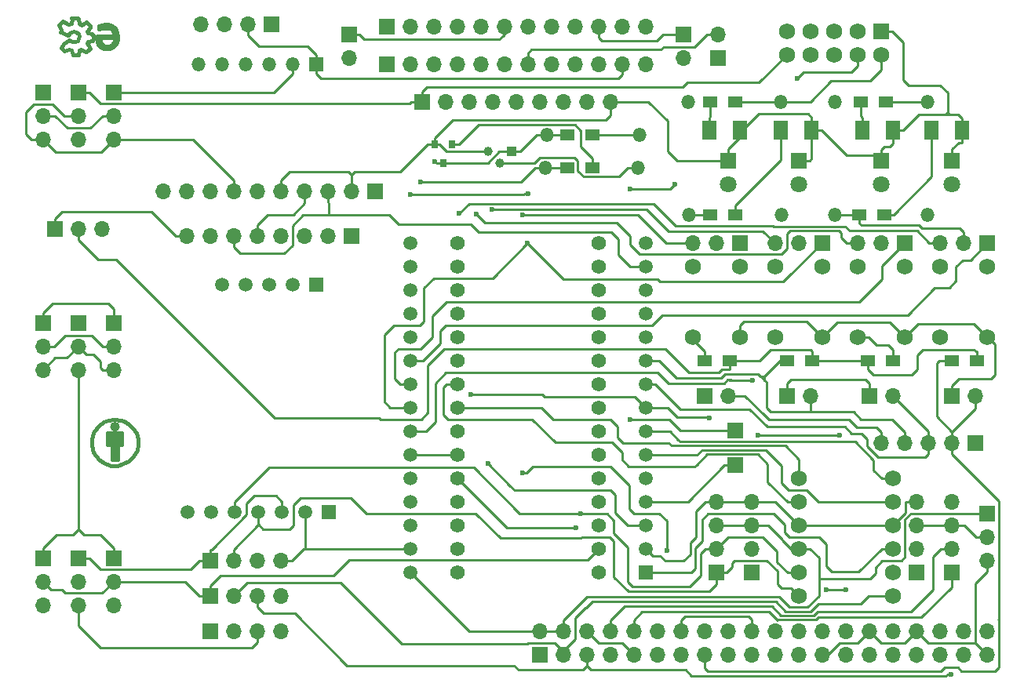
<source format=gbr>
G04 #@! TF.FileFunction,Copper,L1,Top,Signal*
%FSLAX46Y46*%
G04 Gerber Fmt 4.6, Leading zero omitted, Abs format (unit mm)*
G04 Created by KiCad (PCBNEW 4.0.7+dfsg1-1~bpo8+1) date Thu Sep  6 01:00:45 2018*
%MOMM*%
%LPD*%
G01*
G04 APERTURE LIST*
%ADD10C,0.100000*%
%ADD11C,0.381000*%
%ADD12C,1.500000*%
%ADD13R,1.500000X1.500000*%
%ADD14R,1.524000X2.032000*%
%ADD15R,1.800000X1.800000*%
%ADD16C,1.800000*%
%ADD17R,1.700000X1.700000*%
%ADD18O,1.700000X1.700000*%
%ADD19R,1.500000X1.300000*%
%ADD20O,1.500000X1.500000*%
%ADD21C,1.727200*%
%ADD22C,1.574800*%
%ADD23R,0.800000X0.900000*%
%ADD24C,1.000000*%
%ADD25R,1.000000X1.000000*%
%ADD26R,1.727200X1.727200*%
%ADD27C,0.600000*%
%ADD28C,0.250000*%
G04 APERTURE END LIST*
D10*
D11*
X153543000Y-83139280D02*
X153543000Y-83538060D01*
X152841960Y-84338160D02*
X154142440Y-84338160D01*
X154043380Y-84640420D02*
X152841960Y-84640420D01*
X152742900Y-84940140D02*
X154043380Y-84940140D01*
X153543000Y-85338920D02*
X153543000Y-86639400D01*
X153642060Y-86840060D02*
X153842720Y-86840060D01*
X153842720Y-86840060D02*
X153842720Y-85239860D01*
X153243280Y-85338920D02*
X153243280Y-86840060D01*
X153243280Y-86840060D02*
X153743660Y-86840060D01*
X152742900Y-84038440D02*
X154244040Y-84038440D01*
X154244040Y-84038440D02*
X154244040Y-85239860D01*
X154244040Y-85239860D02*
X152742900Y-85239860D01*
X152742900Y-85239860D02*
X152742900Y-84038440D01*
X153858666Y-83339940D02*
G75*
G03X153858666Y-83339940I-315666J0D01*
G01*
X153543000Y-82539840D02*
X153443940Y-82539840D01*
X153443940Y-82539840D02*
X152841960Y-82638900D01*
X152841960Y-82638900D02*
X152344120Y-82839560D01*
X152344120Y-82839560D02*
X151843740Y-83238340D01*
X151843740Y-83238340D02*
X151343360Y-83840320D01*
X151343360Y-83840320D02*
X151142700Y-84239100D01*
X151142700Y-84239100D02*
X151043640Y-84739480D01*
X151043640Y-84739480D02*
X151043640Y-85338920D01*
X151043640Y-85338920D02*
X151241760Y-86139020D01*
X151241760Y-86139020D02*
X151843740Y-86840060D01*
X151843740Y-86840060D02*
X152344120Y-87238840D01*
X152344120Y-87238840D02*
X153042620Y-87538560D01*
X153042620Y-87538560D02*
X153842720Y-87538560D01*
X153842720Y-87538560D02*
X154442160Y-87340440D01*
X154442160Y-87340440D02*
X155044140Y-87038180D01*
X155044140Y-87038180D02*
X155541980Y-86540340D01*
X155541980Y-86540340D02*
X155943300Y-85839300D01*
X155943300Y-85839300D02*
X156042360Y-85239860D01*
X156042360Y-85239860D02*
X156042360Y-84640420D01*
X156042360Y-84640420D02*
X155844240Y-84038440D01*
X155844240Y-84038440D02*
X155541980Y-83538060D01*
X155541980Y-83538060D02*
X155044140Y-83040220D01*
X155044140Y-83040220D02*
X154543760Y-82737960D01*
X154543760Y-82737960D02*
X154142440Y-82638900D01*
X154142440Y-82638900D02*
X153543000Y-82539840D01*
X148856700Y-39230300D02*
X149529800Y-39230300D01*
X149529800Y-39230300D02*
X149567900Y-39319200D01*
X149567900Y-39319200D02*
X149682200Y-39814500D01*
X149682200Y-39814500D02*
X149923500Y-39941500D01*
X149923500Y-39941500D02*
X150329900Y-39700200D01*
X150329900Y-39700200D02*
X150456900Y-39674800D01*
X150456900Y-39674800D02*
X150863300Y-40093900D01*
X150863300Y-40093900D02*
X150837900Y-40246300D01*
X150837900Y-40246300D02*
X150558500Y-40614600D01*
X150558500Y-40614600D02*
X150609300Y-40830500D01*
X150609300Y-40830500D02*
X151041100Y-40944800D01*
X151041100Y-40944800D02*
X151079200Y-40957500D01*
X151079200Y-40957500D02*
X151155400Y-40970200D01*
X151155400Y-40970200D02*
X151180800Y-41046400D01*
X151180800Y-41046400D02*
X151180800Y-41503600D01*
X151180800Y-41503600D02*
X151142700Y-41668700D01*
X151142700Y-41668700D02*
X150622000Y-41770300D01*
X150622000Y-41770300D02*
X150558500Y-41910000D01*
X150558500Y-41910000D02*
X150825200Y-42316400D01*
X150825200Y-42316400D02*
X150863300Y-42481500D01*
X150863300Y-42481500D02*
X150482300Y-42849800D01*
X150482300Y-42849800D02*
X150342600Y-42875200D01*
X150342600Y-42875200D02*
X149885400Y-42595800D01*
X149885400Y-42595800D02*
X149720300Y-42672000D01*
X149720300Y-42672000D02*
X149618700Y-43167300D01*
X149618700Y-43167300D02*
X149580600Y-43205400D01*
X149580600Y-43205400D02*
X149009100Y-43218100D01*
X149009100Y-43218100D02*
X148818600Y-42697400D01*
X148818600Y-42697400D02*
X148577300Y-42595800D01*
X148577300Y-42595800D02*
X148056600Y-42760900D01*
X148056600Y-42760900D02*
X147751800Y-42456100D01*
X147751800Y-42456100D02*
X148005800Y-41998900D01*
X148005800Y-41998900D02*
X148577300Y-41567100D01*
X147650200Y-40728900D02*
X147777200Y-40500300D01*
X147777200Y-40500300D02*
X147459700Y-40005000D01*
X147459700Y-40005000D02*
X147942300Y-39547800D01*
X147942300Y-39547800D02*
X148475700Y-39890700D01*
X148475700Y-39890700D02*
X148805900Y-39789100D01*
X148805900Y-39789100D02*
X148894800Y-39306500D01*
X148577300Y-41567100D02*
X148793200Y-41706800D01*
X148793200Y-41706800D02*
X148971000Y-41783000D01*
X148971000Y-41783000D02*
X149263100Y-41783000D01*
X149263100Y-41783000D02*
X149504400Y-41643300D01*
X149504400Y-41643300D02*
X149644100Y-41427400D01*
X149644100Y-41427400D02*
X149694900Y-41160700D01*
X149694900Y-41160700D02*
X149567900Y-40894000D01*
X149567900Y-40894000D02*
X149377400Y-40754300D01*
X149377400Y-40754300D02*
X149123400Y-40652700D01*
X149123400Y-40652700D02*
X148856700Y-40728900D01*
X148856700Y-40728900D02*
X148678900Y-40843200D01*
X148678900Y-40843200D02*
X148539200Y-41046400D01*
X148539200Y-41046400D02*
X148399500Y-41059100D01*
X148399500Y-41059100D02*
X147739100Y-40741600D01*
X151599900Y-41122600D02*
X151599900Y-41300400D01*
X151599900Y-41300400D02*
X151625300Y-41579800D01*
X151625300Y-41579800D02*
X151663400Y-41783000D01*
X151663400Y-41783000D02*
X151765000Y-42062400D01*
X151765000Y-42062400D02*
X151917400Y-42252900D01*
X151917400Y-42252900D02*
X152107900Y-42405300D01*
X152107900Y-42405300D02*
X152349200Y-42519600D01*
X152349200Y-42519600D02*
X152577800Y-42545000D01*
X152577800Y-42545000D02*
X152679400Y-42545000D01*
X152679400Y-42545000D02*
X152958800Y-42519600D01*
X152958800Y-42519600D02*
X153200100Y-42405300D01*
X153200100Y-42405300D02*
X153428700Y-42265600D01*
X153428700Y-42265600D02*
X153606500Y-42075100D01*
X153606500Y-42075100D02*
X153746200Y-41795700D01*
X153746200Y-41795700D02*
X153822400Y-41516300D01*
X153822400Y-41516300D02*
X153835100Y-41224200D01*
X153835100Y-41224200D02*
X153835100Y-41084500D01*
X153835100Y-41084500D02*
X153784300Y-40779700D01*
X153784300Y-40779700D02*
X153682700Y-40513000D01*
X153682700Y-40513000D02*
X153504900Y-40259000D01*
X153504900Y-40259000D02*
X153301700Y-40106600D01*
X153301700Y-40106600D02*
X153098500Y-39966900D01*
X153098500Y-39966900D02*
X152857200Y-39903400D01*
X152857200Y-39903400D02*
X152488900Y-39903400D01*
X152488900Y-39903400D02*
X152057100Y-39954200D01*
X152057100Y-39954200D02*
X151777700Y-40068500D01*
X151777700Y-40068500D02*
X151841200Y-40424100D01*
X151841200Y-40424100D02*
X152158700Y-40309800D01*
X152158700Y-40309800D02*
X152476200Y-40271700D01*
X152476200Y-40271700D02*
X152895300Y-40284400D01*
X152895300Y-40284400D02*
X153149300Y-40424100D01*
X153149300Y-40424100D02*
X153314400Y-40601900D01*
X153314400Y-40601900D02*
X153454100Y-40894000D01*
X153454100Y-40894000D02*
X153517600Y-41211500D01*
X153517600Y-41211500D02*
X153492200Y-41541700D01*
X153492200Y-41541700D02*
X153377900Y-41846500D01*
X153377900Y-41846500D02*
X153212800Y-42062400D01*
X153212800Y-42062400D02*
X152933400Y-42240200D01*
X152933400Y-42240200D02*
X152679400Y-42291000D01*
X152679400Y-42291000D02*
X152374600Y-42227500D01*
X152374600Y-42227500D02*
X152196800Y-42100500D01*
X152196800Y-42100500D02*
X152044400Y-41935400D01*
X152044400Y-41935400D02*
X151942800Y-41694100D01*
X151942800Y-41694100D02*
X151942800Y-41503600D01*
X151942800Y-41503600D02*
X151917400Y-41135300D01*
X151917400Y-41135300D02*
X153327100Y-41135300D01*
X153327100Y-41135300D02*
X153784300Y-41224200D01*
X153784300Y-41224200D02*
X153377900Y-41287700D01*
X153377900Y-41287700D02*
X151599900Y-41287700D01*
X151599900Y-41287700D02*
X151599900Y-41122600D01*
X151599900Y-41122600D02*
X151917400Y-41135300D01*
X151599900Y-41122600D02*
X151917400Y-41135300D01*
X151599900Y-41287700D02*
X151599900Y-41122600D01*
X153377900Y-41287700D02*
X151599900Y-41287700D01*
X153784300Y-41224200D02*
X153377900Y-41287700D01*
X153327100Y-41135300D02*
X153784300Y-41224200D01*
X151917400Y-41135300D02*
X153327100Y-41135300D01*
X151942800Y-41503600D02*
X151917400Y-41135300D01*
X151942800Y-41694100D02*
X151942800Y-41503600D01*
X152044400Y-41935400D02*
X151942800Y-41694100D01*
X152196800Y-42100500D02*
X152044400Y-41935400D01*
X152374600Y-42227500D02*
X152196800Y-42100500D01*
X152679400Y-42291000D02*
X152374600Y-42227500D01*
X152933400Y-42240200D02*
X152679400Y-42291000D01*
X153212800Y-42062400D02*
X152933400Y-42240200D01*
X153377900Y-41846500D02*
X153212800Y-42062400D01*
X153492200Y-41541700D02*
X153377900Y-41846500D01*
X153517600Y-41211500D02*
X153492200Y-41541700D01*
X153454100Y-40894000D02*
X153517600Y-41211500D01*
X153314400Y-40601900D02*
X153454100Y-40894000D01*
X153149300Y-40424100D02*
X153314400Y-40601900D01*
X152895300Y-40284400D02*
X153149300Y-40424100D01*
X152476200Y-40271700D02*
X152895300Y-40284400D01*
X152158700Y-40309800D02*
X152476200Y-40271700D01*
X151841200Y-40424100D02*
X152158700Y-40309800D01*
X151777700Y-40068500D02*
X151841200Y-40424100D01*
X152057100Y-39954200D02*
X151777700Y-40068500D01*
X152488900Y-39903400D02*
X152057100Y-39954200D01*
X152857200Y-39903400D02*
X152488900Y-39903400D01*
X153098500Y-39966900D02*
X152857200Y-39903400D01*
X153301700Y-40106600D02*
X153098500Y-39966900D01*
X153504900Y-40259000D02*
X153301700Y-40106600D01*
X153682700Y-40513000D02*
X153504900Y-40259000D01*
X153784300Y-40779700D02*
X153682700Y-40513000D01*
X153835100Y-41084500D02*
X153784300Y-40779700D01*
X153835100Y-41224200D02*
X153835100Y-41084500D01*
X153822400Y-41516300D02*
X153835100Y-41224200D01*
X153746200Y-41795700D02*
X153822400Y-41516300D01*
X153606500Y-42075100D02*
X153746200Y-41795700D01*
X153428700Y-42265600D02*
X153606500Y-42075100D01*
X153200100Y-42405300D02*
X153428700Y-42265600D01*
X152958800Y-42519600D02*
X153200100Y-42405300D01*
X152679400Y-42545000D02*
X152958800Y-42519600D01*
X152577800Y-42545000D02*
X152679400Y-42545000D01*
X152349200Y-42519600D02*
X152577800Y-42545000D01*
X152107900Y-42405300D02*
X152349200Y-42519600D01*
X151917400Y-42252900D02*
X152107900Y-42405300D01*
X151765000Y-42062400D02*
X151917400Y-42252900D01*
X151663400Y-41783000D02*
X151765000Y-42062400D01*
X151625300Y-41579800D02*
X151663400Y-41783000D01*
X151599900Y-41300400D02*
X151625300Y-41579800D01*
X151599900Y-41122600D02*
X151599900Y-41300400D01*
X148399500Y-41059100D02*
X147739100Y-40741600D01*
X148539200Y-41046400D02*
X148399500Y-41059100D01*
X148678900Y-40843200D02*
X148539200Y-41046400D01*
X148856700Y-40728900D02*
X148678900Y-40843200D01*
X149123400Y-40652700D02*
X148856700Y-40728900D01*
X149377400Y-40754300D02*
X149123400Y-40652700D01*
X149567900Y-40894000D02*
X149377400Y-40754300D01*
X149694900Y-41160700D02*
X149567900Y-40894000D01*
X149644100Y-41427400D02*
X149694900Y-41160700D01*
X149504400Y-41643300D02*
X149644100Y-41427400D01*
X149263100Y-41783000D02*
X149504400Y-41643300D01*
X148971000Y-41783000D02*
X149263100Y-41783000D01*
X148793200Y-41706800D02*
X148971000Y-41783000D01*
X148577300Y-41567100D02*
X148793200Y-41706800D01*
X148805900Y-39789100D02*
X148894800Y-39306500D01*
X148475700Y-39890700D02*
X148805900Y-39789100D01*
X147942300Y-39547800D02*
X148475700Y-39890700D01*
X147459700Y-40005000D02*
X147942300Y-39547800D01*
X147777200Y-40500300D02*
X147459700Y-40005000D01*
X147650200Y-40728900D02*
X147777200Y-40500300D01*
X148005800Y-41998900D02*
X148577300Y-41567100D01*
X147751800Y-42456100D02*
X148005800Y-41998900D01*
X148056600Y-42760900D02*
X147751800Y-42456100D01*
X148577300Y-42595800D02*
X148056600Y-42760900D01*
X148818600Y-42697400D02*
X148577300Y-42595800D01*
X149009100Y-43218100D02*
X148818600Y-42697400D01*
X149580600Y-43205400D02*
X149009100Y-43218100D01*
X149618700Y-43167300D02*
X149580600Y-43205400D01*
X149720300Y-42672000D02*
X149618700Y-43167300D01*
X149885400Y-42595800D02*
X149720300Y-42672000D01*
X150342600Y-42875200D02*
X149885400Y-42595800D01*
X150482300Y-42849800D02*
X150342600Y-42875200D01*
X150863300Y-42481500D02*
X150482300Y-42849800D01*
X150825200Y-42316400D02*
X150863300Y-42481500D01*
X150558500Y-41910000D02*
X150825200Y-42316400D01*
X150622000Y-41770300D02*
X150558500Y-41910000D01*
X151142700Y-41668700D02*
X150622000Y-41770300D01*
X151180800Y-41503600D02*
X151142700Y-41668700D01*
X151180800Y-41046400D02*
X151180800Y-41503600D01*
X151155400Y-40970200D02*
X151180800Y-41046400D01*
X151079200Y-40957500D02*
X151155400Y-40970200D01*
X151041100Y-40944800D02*
X151079200Y-40957500D01*
X150609300Y-40830500D02*
X151041100Y-40944800D01*
X150558500Y-40614600D02*
X150609300Y-40830500D01*
X150837900Y-40246300D02*
X150558500Y-40614600D01*
X150863300Y-40093900D02*
X150837900Y-40246300D01*
X150456900Y-39674800D02*
X150863300Y-40093900D01*
X150329900Y-39700200D02*
X150456900Y-39674800D01*
X149923500Y-39941500D02*
X150329900Y-39700200D01*
X149682200Y-39814500D02*
X149923500Y-39941500D01*
X149567900Y-39319200D02*
X149682200Y-39814500D01*
X149529800Y-39230300D02*
X149567900Y-39319200D01*
X148856700Y-39230300D02*
X149529800Y-39230300D01*
D12*
X185420000Y-99060000D03*
D13*
X210820000Y-99060000D03*
D12*
X185420000Y-96520000D03*
X210820000Y-96520000D03*
X185420000Y-93980000D03*
X210820000Y-93980000D03*
X185420000Y-91440000D03*
X210820000Y-91440000D03*
X185420000Y-88900000D03*
X210820000Y-88900000D03*
X185420000Y-86360000D03*
X210820000Y-86360000D03*
X185420000Y-83820000D03*
X210820000Y-83820000D03*
X185420000Y-81280000D03*
X210820000Y-81280000D03*
X185420000Y-78740000D03*
X210820000Y-78740000D03*
X185420000Y-76200000D03*
X210820000Y-76200000D03*
X185420000Y-73660000D03*
X210820000Y-73660000D03*
X185420000Y-71120000D03*
X210820000Y-71120000D03*
X185420000Y-68580000D03*
X210820000Y-68580000D03*
X185420000Y-66040000D03*
X210820000Y-66040000D03*
X185420000Y-63500000D03*
X210820000Y-63500000D03*
D14*
X244983000Y-51308000D03*
X241681000Y-51308000D03*
D15*
X243840000Y-54610000D03*
D16*
X243840000Y-57150000D03*
D14*
X237490000Y-51308000D03*
X234188000Y-51308000D03*
D15*
X236220000Y-54610000D03*
D16*
X236220000Y-57150000D03*
D14*
X228727000Y-51308000D03*
X225425000Y-51308000D03*
D15*
X227330000Y-54610000D03*
D16*
X227330000Y-57150000D03*
D14*
X220980000Y-51308000D03*
X217678000Y-51308000D03*
D15*
X219710000Y-54610000D03*
D16*
X219710000Y-57150000D03*
D17*
X145796000Y-47244000D03*
D18*
X145796000Y-49784000D03*
X145796000Y-52324000D03*
D17*
X145796000Y-72136000D03*
D18*
X145796000Y-74676000D03*
X145796000Y-77216000D03*
D17*
X145796000Y-97536000D03*
D18*
X145796000Y-100076000D03*
X145796000Y-102616000D03*
D17*
X153416000Y-47244000D03*
D18*
X153416000Y-49784000D03*
X153416000Y-52324000D03*
D17*
X153416000Y-72136000D03*
D18*
X153416000Y-74676000D03*
X153416000Y-77216000D03*
D17*
X153416000Y-97536000D03*
D18*
X153416000Y-100076000D03*
X153416000Y-102616000D03*
D17*
X149606000Y-47244000D03*
D18*
X149606000Y-49784000D03*
X149606000Y-52324000D03*
D17*
X149606000Y-72136000D03*
D18*
X149606000Y-74676000D03*
X149606000Y-77216000D03*
D17*
X149606000Y-97536000D03*
D18*
X149606000Y-100076000D03*
X149606000Y-102616000D03*
D17*
X243840000Y-99060000D03*
D18*
X243840000Y-96520000D03*
X243840000Y-93980000D03*
X243840000Y-91440000D03*
D17*
X240030000Y-99060000D03*
D18*
X240030000Y-96520000D03*
X240030000Y-93980000D03*
X240030000Y-91440000D03*
D17*
X247650000Y-92710000D03*
D18*
X247650000Y-95250000D03*
X247650000Y-97790000D03*
D17*
X222250000Y-99060000D03*
D18*
X222250000Y-96520000D03*
X222250000Y-93980000D03*
X222250000Y-91440000D03*
D17*
X218440000Y-99060000D03*
D18*
X218440000Y-96520000D03*
X218440000Y-93980000D03*
X218440000Y-91440000D03*
D17*
X163830000Y-101600000D03*
D18*
X166370000Y-101600000D03*
X168910000Y-101600000D03*
X171450000Y-101600000D03*
D17*
X163830000Y-97790000D03*
D18*
X166370000Y-97790000D03*
X168910000Y-97790000D03*
X171450000Y-97790000D03*
D19*
X236554000Y-60452000D03*
X233854000Y-60452000D03*
D20*
X231220000Y-60452000D03*
X241220000Y-60452000D03*
D19*
X234028000Y-48260000D03*
X236728000Y-48260000D03*
D20*
X241220000Y-48260000D03*
X231220000Y-48260000D03*
D19*
X220472000Y-60452000D03*
X217772000Y-60452000D03*
D20*
X215472000Y-60452000D03*
X225472000Y-60452000D03*
D19*
X217772000Y-48260000D03*
X220472000Y-48260000D03*
D20*
X225392000Y-48260000D03*
X215392000Y-48260000D03*
D17*
X170434000Y-39878000D03*
D18*
X167894000Y-39878000D03*
X165354000Y-39878000D03*
X162814000Y-39878000D03*
D13*
X175260000Y-44196000D03*
D20*
X172720000Y-44196000D03*
X170180000Y-44196000D03*
X167640000Y-44196000D03*
X165100000Y-44196000D03*
X162560000Y-44196000D03*
D17*
X181610000Y-57912000D03*
D18*
X179070000Y-57912000D03*
X176530000Y-57912000D03*
X173990000Y-57912000D03*
X171450000Y-57912000D03*
X168910000Y-57912000D03*
X166370000Y-57912000D03*
X163830000Y-57912000D03*
X161290000Y-57912000D03*
X158750000Y-57912000D03*
D17*
X179070000Y-62738000D03*
D18*
X176530000Y-62738000D03*
X173990000Y-62738000D03*
X171450000Y-62738000D03*
X168910000Y-62738000D03*
X166370000Y-62738000D03*
X163830000Y-62738000D03*
X161290000Y-62738000D03*
D13*
X176657000Y-92514000D03*
X175260000Y-68014000D03*
D12*
X174117000Y-92514000D03*
X172720000Y-68014000D03*
X171577000Y-92514000D03*
X170180000Y-68014000D03*
X169037000Y-92514000D03*
X167640000Y-68014000D03*
X166497000Y-92514000D03*
X165100000Y-68014000D03*
X163957000Y-92514000D03*
X161417000Y-92514000D03*
D21*
X237490000Y-101600000D03*
X237490000Y-99060000D03*
X237490000Y-96520000D03*
X237490000Y-93980000D03*
X237490000Y-91440000D03*
X237490000Y-88900000D03*
X227330000Y-88900000D03*
X227330000Y-91440000D03*
X227330000Y-93980000D03*
X227330000Y-96520000D03*
X227330000Y-99060000D03*
X227330000Y-101600000D03*
D22*
X205740000Y-63500000D03*
X190500000Y-63500000D03*
X205740000Y-66040000D03*
X190500000Y-66040000D03*
X205740000Y-68580000D03*
X190500000Y-68580000D03*
X205740000Y-71120000D03*
X190500000Y-71120000D03*
X205740000Y-73660000D03*
X190500000Y-73660000D03*
X205740000Y-76200000D03*
X190500000Y-76200000D03*
X205740000Y-78740000D03*
X190500000Y-78740000D03*
X205740000Y-81280000D03*
X190500000Y-81280000D03*
X205740000Y-83820000D03*
X190500000Y-83820000D03*
X205740000Y-86360000D03*
X190500000Y-86360000D03*
X205740000Y-88900000D03*
X190500000Y-88900000D03*
X205740000Y-91440000D03*
X190500000Y-91440000D03*
X205740000Y-93980000D03*
X190500000Y-93980000D03*
X205740000Y-96520000D03*
X190500000Y-96520000D03*
X205740000Y-99060000D03*
X190500000Y-99060000D03*
D17*
X246380000Y-85090000D03*
D18*
X243840000Y-85090000D03*
X241300000Y-85090000D03*
X238760000Y-85090000D03*
X236220000Y-85090000D03*
D17*
X243840000Y-80010000D03*
D18*
X246380000Y-80010000D03*
D17*
X234950000Y-80010000D03*
D18*
X237490000Y-80010000D03*
D17*
X226060000Y-80010000D03*
D18*
X228600000Y-80010000D03*
D17*
X217170000Y-80010000D03*
D18*
X219710000Y-80010000D03*
D17*
X147066000Y-61976000D03*
D18*
X149606000Y-61976000D03*
X152146000Y-61976000D03*
D17*
X220500000Y-83750000D03*
X220500000Y-87500000D03*
X182880000Y-40132000D03*
D18*
X185420000Y-40132000D03*
X187960000Y-40132000D03*
X190500000Y-40132000D03*
X193040000Y-40132000D03*
X195580000Y-40132000D03*
X198120000Y-40132000D03*
X200660000Y-40132000D03*
X203200000Y-40132000D03*
X205740000Y-40132000D03*
X208280000Y-40132000D03*
X210820000Y-40132000D03*
D17*
X186690000Y-48260000D03*
D18*
X189230000Y-48260000D03*
X191770000Y-48260000D03*
X194310000Y-48260000D03*
X196850000Y-48260000D03*
X199390000Y-48260000D03*
X201930000Y-48260000D03*
X204470000Y-48260000D03*
X207010000Y-48260000D03*
D17*
X247650000Y-63500000D03*
D18*
X245110000Y-63500000D03*
X242570000Y-63500000D03*
D17*
X238760000Y-63500000D03*
D18*
X236220000Y-63500000D03*
X233680000Y-63500000D03*
D17*
X229844600Y-63500000D03*
D18*
X227304600Y-63500000D03*
X224764600Y-63500000D03*
D17*
X220980000Y-63500000D03*
D18*
X218440000Y-63500000D03*
X215900000Y-63500000D03*
D23*
X189926000Y-52848000D03*
X188026000Y-52848000D03*
X188976000Y-54848000D03*
D24*
X195072000Y-54864000D03*
X193802000Y-53594000D03*
D25*
X196342000Y-53594000D03*
D19*
X246540000Y-76200000D03*
X243840000Y-76200000D03*
X234790000Y-76200000D03*
X237490000Y-76200000D03*
X228760000Y-76200000D03*
X226060000Y-76200000D03*
X219870000Y-76200000D03*
X217170000Y-76200000D03*
X205058000Y-55372000D03*
X202358000Y-55372000D03*
D20*
X199978000Y-55372000D03*
X209978000Y-55372000D03*
D19*
X202358000Y-51816000D03*
X205058000Y-51816000D03*
D20*
X210152000Y-51816000D03*
X200152000Y-51816000D03*
D21*
X247650000Y-66040000D03*
X247650000Y-73660000D03*
X242570000Y-73660000D03*
X242570000Y-66040000D03*
X238760000Y-66040000D03*
X238760000Y-73660000D03*
X233680000Y-73660000D03*
X233680000Y-66040000D03*
X229870000Y-66040000D03*
X229870000Y-73660000D03*
X224790000Y-73660000D03*
X224790000Y-66040000D03*
X220980000Y-66040000D03*
X220980000Y-73660000D03*
X215900000Y-73660000D03*
X215900000Y-66040000D03*
D17*
X199390000Y-107950000D03*
D18*
X199390000Y-105410000D03*
X201930000Y-107950000D03*
X201930000Y-105410000D03*
X204470000Y-107950000D03*
X204470000Y-105410000D03*
X207010000Y-107950000D03*
X207010000Y-105410000D03*
X209550000Y-107950000D03*
X209550000Y-105410000D03*
X212090000Y-107950000D03*
X212090000Y-105410000D03*
X214630000Y-107950000D03*
X214630000Y-105410000D03*
X217170000Y-107950000D03*
X217170000Y-105410000D03*
X219710000Y-107950000D03*
X219710000Y-105410000D03*
X222250000Y-107950000D03*
X222250000Y-105410000D03*
X224790000Y-107950000D03*
X224790000Y-105410000D03*
X227330000Y-107950000D03*
X227330000Y-105410000D03*
X229870000Y-107950000D03*
X229870000Y-105410000D03*
X232410000Y-107950000D03*
X232410000Y-105410000D03*
X234950000Y-107950000D03*
X234950000Y-105410000D03*
X237490000Y-107950000D03*
X237490000Y-105410000D03*
X240030000Y-107950000D03*
X240030000Y-105410000D03*
X242570000Y-107950000D03*
X242570000Y-105410000D03*
X245110000Y-107950000D03*
X245110000Y-105410000D03*
X247650000Y-107950000D03*
X247650000Y-105410000D03*
D17*
X182880000Y-44196000D03*
D18*
X185420000Y-44196000D03*
X187960000Y-44196000D03*
X190500000Y-44196000D03*
X193040000Y-44196000D03*
X195580000Y-44196000D03*
X198120000Y-44196000D03*
X200660000Y-44196000D03*
X203200000Y-44196000D03*
X205740000Y-44196000D03*
X208280000Y-44196000D03*
X210820000Y-44196000D03*
D17*
X163830000Y-105410000D03*
D18*
X166370000Y-105410000D03*
X168910000Y-105410000D03*
X171450000Y-105410000D03*
D17*
X178816000Y-40995600D03*
D18*
X178816000Y-43535600D03*
D17*
X214922100Y-40982900D03*
D18*
X214922100Y-43522900D03*
D17*
X218592400Y-43522900D03*
D18*
X218592400Y-40982900D03*
D26*
X236220000Y-40640000D03*
D21*
X236220000Y-43180000D03*
X233680000Y-40640000D03*
X233680000Y-43180000D03*
X231140000Y-40640000D03*
X231140000Y-43180000D03*
X228600000Y-40640000D03*
X228600000Y-43180000D03*
X226060000Y-40640000D03*
X226060000Y-43180000D03*
D27*
X227177600Y-45745400D03*
X203809600Y-92710000D03*
X243789200Y-110109000D03*
X190683300Y-60295200D03*
X192570100Y-60385800D03*
X203276200Y-94208600D03*
X194212500Y-59895800D03*
X197547500Y-60489500D03*
X209092800Y-57670700D03*
X213944200Y-57175400D03*
X186518400Y-56930400D03*
X188024800Y-54688300D03*
X217678000Y-82397600D03*
X191960500Y-79883000D03*
X209092800Y-82550000D03*
X193814700Y-87337900D03*
X185420000Y-58242200D03*
X198132700Y-58204100D03*
X198072300Y-63517900D03*
X213067900Y-96723200D03*
X197497700Y-88315800D03*
X231724200Y-84277200D03*
X222948500Y-84251800D03*
X232397300Y-100914200D03*
X230263700Y-100914200D03*
X222351600Y-78333600D03*
D28*
X234950000Y-80010000D02*
X234950000Y-78700000D01*
X234950000Y-78700000D02*
X234500000Y-78250000D01*
X234500000Y-78250000D02*
X226500000Y-78250000D01*
X226500000Y-78250000D02*
X226060000Y-78690000D01*
X226060000Y-78690000D02*
X226060000Y-79150000D01*
X226060000Y-79150000D02*
X226060000Y-80010000D01*
X248500000Y-75600000D02*
X248500000Y-77700000D01*
X248500000Y-77700000D02*
X248050000Y-78150000D01*
X248050000Y-78150000D02*
X244600000Y-78150000D01*
X244600000Y-78150000D02*
X243840000Y-78910000D01*
X243840000Y-78910000D02*
X243840000Y-80010000D01*
X248500000Y-75600000D02*
X248500000Y-75250000D01*
X247710000Y-73660000D02*
X248500000Y-74450000D01*
X248500000Y-74450000D02*
X248500000Y-75600000D01*
X247650000Y-73660000D02*
X247710000Y-73660000D01*
X227330000Y-93980000D02*
X228551314Y-93980000D01*
X228551314Y-93980000D02*
X237490000Y-93980000D01*
X215607900Y-95859600D02*
X216236000Y-95231500D01*
X215607900Y-97116900D02*
X215607900Y-95859600D01*
X214896700Y-97828100D02*
X215607900Y-97116900D01*
X212902800Y-97828100D02*
X214896700Y-97828100D01*
X212344699Y-97269999D02*
X212902800Y-97828100D01*
X210820000Y-96520000D02*
X211569999Y-97269999D01*
X211569999Y-97269999D02*
X212344699Y-97269999D01*
X216236000Y-95231500D02*
X216236000Y-92468700D01*
X216236000Y-92468700D02*
X217264700Y-91440000D01*
X217264700Y-91440000D02*
X218440000Y-91440000D01*
X243382800Y-47294800D02*
X243382800Y-48920400D01*
X244547200Y-49606200D02*
X243611400Y-49606200D01*
X243611400Y-49606200D02*
X243382800Y-49606200D01*
X243382800Y-48920400D02*
X243382800Y-49377600D01*
X243382800Y-49377600D02*
X243611400Y-49606200D01*
X242925600Y-49606200D02*
X240279100Y-49606200D01*
X243382800Y-49606200D02*
X242925600Y-49606200D01*
X242925600Y-49606200D02*
X243154200Y-49606200D01*
X243382800Y-49377600D02*
X243382800Y-49606200D01*
X243154200Y-49606200D02*
X243382800Y-49377600D01*
X242570000Y-46482000D02*
X243382800Y-47294800D01*
X239217200Y-46482000D02*
X242570000Y-46482000D01*
X238607600Y-45872400D02*
X239217200Y-46482000D01*
X238607600Y-41806286D02*
X238607600Y-45872400D01*
X236220000Y-40640000D02*
X237441314Y-40640000D01*
X237441314Y-40640000D02*
X238607600Y-41806286D01*
X244983000Y-51308000D02*
X244983000Y-50042000D01*
X238577300Y-51308000D02*
X237490000Y-51308000D01*
X244983000Y-50042000D02*
X244547200Y-49606200D01*
X240279100Y-49606200D02*
X238577300Y-51308000D01*
X237134400Y-53086000D02*
X237490000Y-52730400D01*
X237490000Y-52730400D02*
X237490000Y-51308000D01*
X236594000Y-53086000D02*
X237134400Y-53086000D01*
X236220000Y-54610000D02*
X236220000Y-53460000D01*
X236220000Y-53460000D02*
X236594000Y-53086000D01*
X237490000Y-51308000D02*
X237490000Y-51562000D01*
X237490000Y-51562000D02*
X237372500Y-51679500D01*
X228727000Y-54381400D02*
X228498400Y-54610000D01*
X228498400Y-54610000D02*
X227330000Y-54610000D01*
X228727000Y-51308000D02*
X228727000Y-54381400D01*
X228346000Y-49580800D02*
X228727000Y-49961800D01*
X228727000Y-49961800D02*
X228727000Y-51308000D01*
X222986600Y-49580800D02*
X228346000Y-49580800D01*
X222663500Y-49903900D02*
X222986600Y-49580800D01*
X222663100Y-49903900D02*
X222663500Y-49903900D01*
X219710000Y-54610000D02*
X219710000Y-53384700D01*
X219710000Y-53384700D02*
X220980000Y-52114700D01*
X220980000Y-52114700D02*
X220980000Y-51587000D01*
X213156800Y-50342800D02*
X213156800Y-51460400D01*
X214172800Y-54635400D02*
X213156800Y-53619400D01*
X213156800Y-51460400D02*
X213156800Y-51708300D01*
X213156800Y-53619400D02*
X213156800Y-51460400D01*
X218534600Y-54635400D02*
X214172800Y-54635400D01*
X219710000Y-54610000D02*
X218560000Y-54610000D01*
X218560000Y-54610000D02*
X218534600Y-54635400D01*
X207010000Y-48260000D02*
X211074000Y-48260000D01*
X211074000Y-48260000D02*
X213156800Y-50342800D01*
X221894400Y-103809800D02*
X222250000Y-104165400D01*
X222250000Y-104165400D02*
X222250000Y-105410000D01*
X215028119Y-103809800D02*
X221894400Y-103809800D01*
X214630000Y-105410000D02*
X214630000Y-104207919D01*
X214630000Y-104207919D02*
X215028119Y-103809800D01*
X222250000Y-91440000D02*
X224790000Y-91440000D01*
X224790000Y-91440000D02*
X227330000Y-93980000D01*
X234950000Y-105410000D02*
X236220000Y-106680000D01*
X236220000Y-106680000D02*
X238760000Y-106680000D01*
X238760000Y-106680000D02*
X240030000Y-105410000D01*
X187300700Y-52848000D02*
X184332200Y-55816500D01*
X179387500Y-55816500D02*
X184332200Y-55816500D01*
X179070000Y-56134000D02*
X179387500Y-55816500D01*
X178752500Y-55816500D02*
X179070000Y-56134000D01*
X179070000Y-56134000D02*
X179070000Y-57912000D01*
X172343419Y-55816500D02*
X178752500Y-55816500D01*
X171450000Y-56709919D02*
X172343419Y-55816500D01*
X171450000Y-57912000D02*
X171450000Y-56709919D01*
X171450000Y-56709919D02*
X171513500Y-56646419D01*
X168322081Y-107200000D02*
X152000000Y-107200000D01*
X168910000Y-106612081D02*
X168322081Y-107200000D01*
X168910000Y-105410000D02*
X168910000Y-106612081D01*
X152000000Y-107200000D02*
X149606000Y-104806000D01*
X149606000Y-104806000D02*
X149606000Y-102616000D01*
X153416000Y-72136000D02*
X153416000Y-70616000D01*
X146832000Y-70000000D02*
X145796000Y-71036000D01*
X153416000Y-70616000D02*
X152800000Y-70000000D01*
X152800000Y-70000000D02*
X146832000Y-70000000D01*
X145796000Y-71036000D02*
X145796000Y-72136000D01*
X245400000Y-106680000D02*
X241300000Y-106680000D01*
X245572100Y-106680000D02*
X245400000Y-106680000D01*
X245400000Y-106680000D02*
X246380000Y-106680000D01*
X246380000Y-106680000D02*
X246400000Y-106700000D01*
X247650000Y-107950000D02*
X246400000Y-106700000D01*
X246400000Y-106700000D02*
X246400000Y-100215300D01*
X246400000Y-100215300D02*
X247650000Y-98965300D01*
X247650000Y-98965300D02*
X247650000Y-97790000D01*
X206500000Y-50200000D02*
X207010000Y-49690000D01*
X207010000Y-49690000D02*
X207010000Y-48260000D01*
X189974000Y-50200000D02*
X206500000Y-50200000D01*
X188026000Y-52848000D02*
X188026000Y-52148000D01*
X188026000Y-52148000D02*
X189974000Y-50200000D01*
X172720000Y-44196000D02*
X172720000Y-45256660D01*
X172720000Y-45256660D02*
X170732660Y-47244000D01*
X170732660Y-47244000D02*
X168731100Y-47244000D01*
X241300000Y-106680000D02*
X240030000Y-105410000D01*
X240220000Y-72200000D02*
X246190000Y-72200000D01*
X246190000Y-72200000D02*
X247650000Y-73660000D01*
X238760000Y-73660000D02*
X240220000Y-72200000D01*
X238760000Y-73660000D02*
X237900000Y-72800000D01*
X231500000Y-72030000D02*
X237130000Y-72030000D01*
X237130000Y-72030000D02*
X237900000Y-72800000D01*
X229870000Y-73660000D02*
X231500000Y-72030000D01*
X229200000Y-72990000D02*
X229870000Y-73660000D01*
X221418686Y-72000000D02*
X228210000Y-72000000D01*
X228210000Y-72000000D02*
X229200000Y-72990000D01*
X220980000Y-73660000D02*
X220980000Y-72438686D01*
X220980000Y-72438686D02*
X221418686Y-72000000D01*
X230457700Y-107950000D02*
X231707700Y-106700000D01*
X231707700Y-106700000D02*
X233660000Y-106700000D01*
X233660000Y-106700000D02*
X234950000Y-105410000D01*
X209550000Y-107950000D02*
X208300000Y-106700000D01*
X208300000Y-106700000D02*
X205760000Y-106700000D01*
X205760000Y-106700000D02*
X204470000Y-105410000D01*
X151980000Y-95000000D02*
X150206000Y-95000000D01*
X150206000Y-95000000D02*
X149606000Y-94400000D01*
X153416000Y-97536000D02*
X153416000Y-96436000D01*
X153416000Y-96436000D02*
X151980000Y-95000000D01*
X149606000Y-94400000D02*
X149606000Y-77216000D01*
X147232000Y-95000000D02*
X149006000Y-95000000D01*
X149006000Y-95000000D02*
X149606000Y-94400000D01*
X145796000Y-97536000D02*
X145796000Y-96436000D01*
X145796000Y-96436000D02*
X147232000Y-95000000D01*
X171450000Y-97790000D02*
X172625300Y-97790000D01*
X174117000Y-92514000D02*
X174117000Y-96520000D01*
X173895300Y-96520000D02*
X172625300Y-97790000D01*
X174117000Y-96520000D02*
X173895300Y-96520000D01*
X174117000Y-96520000D02*
X185420000Y-96520000D01*
X153416000Y-47244000D02*
X168731100Y-47244000D01*
X220980000Y-51308000D02*
X220980000Y-51587000D01*
X218440000Y-91440000D02*
X219615300Y-91440000D01*
X222250000Y-91440000D02*
X219615300Y-91440000D01*
X188251000Y-52848000D02*
X188501200Y-52848000D01*
X220980000Y-51587000D02*
X222663100Y-49903900D01*
X236220000Y-54610000D02*
X236220000Y-53997300D01*
X228727000Y-51308000D02*
X229814300Y-51308000D01*
X229870000Y-107950000D02*
X230457700Y-107950000D01*
X232503600Y-53997300D02*
X236220000Y-53997300D01*
X229814300Y-51308000D02*
X232503600Y-53997300D01*
X244575400Y-52649300D02*
X244983000Y-52649300D01*
X243840000Y-53384700D02*
X244575400Y-52649300D01*
X243840000Y-54610000D02*
X243840000Y-53384700D01*
X244983000Y-51308000D02*
X244983000Y-52649300D01*
X206459100Y-48260000D02*
X207010000Y-48260000D01*
X238854700Y-92615300D02*
X237490000Y-93980000D01*
X238854700Y-91440000D02*
X238854700Y-92615300D01*
X240030000Y-91440000D02*
X238854700Y-91440000D01*
X179070000Y-57912000D02*
X179070000Y-56736700D01*
X188251000Y-52848000D02*
X188026000Y-52848000D01*
X188026000Y-52848000D02*
X187300700Y-52848000D01*
X188572400Y-52848000D02*
X188587500Y-52863100D01*
X188501200Y-52848000D02*
X188572400Y-52848000D01*
X193772600Y-53623400D02*
X193802000Y-53594000D01*
X189347800Y-53623400D02*
X193772600Y-53623400D01*
X188587500Y-52863100D02*
X189347800Y-53623400D01*
X241681000Y-56325000D02*
X241681000Y-51308000D01*
X236554000Y-60452000D02*
X237554000Y-60452000D01*
X237554000Y-60452000D02*
X241681000Y-56325000D01*
X234028000Y-49806700D02*
X234188000Y-49966700D01*
X234028000Y-48260000D02*
X234028000Y-49806700D01*
X234188000Y-51308000D02*
X234188000Y-49966700D01*
X225425000Y-54523700D02*
X225425000Y-51308000D01*
X220472000Y-59476700D02*
X225425000Y-54523700D01*
X220472000Y-60452000D02*
X220472000Y-59476700D01*
X217772000Y-49872700D02*
X217678000Y-49966700D01*
X217772000Y-48260000D02*
X217772000Y-49872700D01*
X217678000Y-51308000D02*
X217678000Y-49966700D01*
X216877900Y-93357700D02*
X217551000Y-92684600D01*
X216154000Y-96405700D02*
X216877900Y-95681800D01*
X216877900Y-95681800D02*
X216877900Y-93357700D01*
X216154000Y-98622690D02*
X216154000Y-96405700D01*
X215716690Y-99060000D02*
X216154000Y-98622690D01*
X210820000Y-99060000D02*
X215716690Y-99060000D01*
X229600000Y-95329400D02*
X230308000Y-96037400D01*
X230911400Y-99009200D02*
X230308000Y-98405800D01*
X230308000Y-98405800D02*
X230308000Y-96037400D01*
X233779486Y-99009200D02*
X230911400Y-99009200D01*
X236268686Y-96520000D02*
X233779486Y-99009200D01*
X224586800Y-92684600D02*
X225806000Y-93903800D01*
X225806000Y-93903800D02*
X225806000Y-94716600D01*
X217551000Y-92684600D02*
X224586800Y-92684600D01*
X226339400Y-95250000D02*
X229514400Y-95250000D01*
X225806000Y-94716600D02*
X226339400Y-95250000D01*
X229514400Y-95250000D02*
X229593800Y-95329400D01*
X229593800Y-95329400D02*
X229600000Y-95329400D01*
X236268686Y-96520000D02*
X237490000Y-96520000D01*
X208280000Y-45339000D02*
X208280000Y-44196000D01*
X207873600Y-45745400D02*
X208280000Y-45339000D01*
X175809400Y-45745400D02*
X207873600Y-45745400D01*
X175260000Y-44196000D02*
X175260000Y-45196000D01*
X175260000Y-45196000D02*
X175809400Y-45745400D01*
X148400000Y-51100000D02*
X150897919Y-51100000D01*
X148200000Y-101300000D02*
X152192000Y-101300000D01*
X152192000Y-101300000D02*
X153416000Y-100076000D01*
X147825999Y-100925999D02*
X148200000Y-101300000D01*
X145796000Y-100076000D02*
X146645999Y-100925999D01*
X146645999Y-100925999D02*
X147825999Y-100925999D01*
X147066000Y-61976000D02*
X147066000Y-60876000D01*
X147066000Y-60876000D02*
X147842000Y-60100000D01*
X157476700Y-60100000D02*
X160114700Y-62738000D01*
X147842000Y-60100000D02*
X157476700Y-60100000D01*
X160114700Y-62738000D02*
X161290000Y-62738000D01*
X153416000Y-49784000D02*
X152213919Y-49784000D01*
X152213919Y-49784000D02*
X150897919Y-51100000D01*
X148400000Y-51100000D02*
X147084000Y-49784000D01*
X147084000Y-49784000D02*
X145796000Y-49784000D01*
X167894000Y-39878000D02*
X167894000Y-41080081D01*
X167894000Y-41080081D02*
X169113919Y-42300000D01*
X169113919Y-42300000D02*
X174364000Y-42300000D01*
X174364000Y-42300000D02*
X175260000Y-43196000D01*
X175260000Y-43196000D02*
X175260000Y-44196000D01*
X163830000Y-101600000D02*
X163830000Y-100500000D01*
X163830000Y-100500000D02*
X164930000Y-99400000D01*
X177103400Y-99400000D02*
X178824800Y-97678600D01*
X164930000Y-99400000D02*
X177103400Y-99400000D01*
X178824800Y-97678600D02*
X204581400Y-97678600D01*
X204581400Y-97678600D02*
X205740000Y-96520000D01*
X240030000Y-93980000D02*
X243840000Y-93980000D01*
X245204700Y-93980000D02*
X246474700Y-95250000D01*
X243840000Y-93980000D02*
X245204700Y-93980000D01*
X247650000Y-95250000D02*
X246474700Y-95250000D01*
X151065400Y-73500700D02*
X152240700Y-74676000D01*
X148146600Y-73500700D02*
X151065400Y-73500700D01*
X146971300Y-74676000D02*
X148146600Y-73500700D01*
X145796000Y-74676000D02*
X146971300Y-74676000D01*
X153416000Y-74676000D02*
X152240700Y-74676000D01*
X210152000Y-51816000D02*
X205058000Y-51816000D01*
X161130700Y-100076000D02*
X162654700Y-101600000D01*
X153416000Y-100076000D02*
X161130700Y-100076000D01*
X163830000Y-101600000D02*
X162654700Y-101600000D01*
X153416000Y-49784000D02*
X152240700Y-49784000D01*
X159715200Y-52324000D02*
X153416000Y-52324000D01*
X166370000Y-57912000D02*
X166370000Y-56709919D01*
X166370000Y-56709919D02*
X161984081Y-52324000D01*
X161984081Y-52324000D02*
X159715200Y-52324000D01*
X146872000Y-53400000D02*
X147172000Y-53700000D01*
X147172000Y-53700000D02*
X152040000Y-53700000D01*
X152040000Y-53700000D02*
X152566001Y-53173999D01*
X152566001Y-53173999D02*
X153416000Y-52324000D01*
X145796000Y-52324000D02*
X146872000Y-53400000D01*
X149606000Y-49784000D02*
X148403919Y-49784000D01*
X148387919Y-49800000D02*
X148100000Y-49800000D01*
X148403919Y-49784000D02*
X148387919Y-49800000D01*
X148100000Y-49800000D02*
X146800000Y-48500000D01*
X146800000Y-48500000D02*
X144800000Y-48500000D01*
X143900000Y-49400000D02*
X143900000Y-51700000D01*
X144800000Y-48500000D02*
X143900000Y-49400000D01*
X143900000Y-51700000D02*
X144524000Y-52324000D01*
X144524000Y-52324000D02*
X145796000Y-52324000D01*
X145956000Y-52324000D02*
X145796000Y-52324000D01*
X153416000Y-77216000D02*
X152213919Y-77216000D01*
X152213919Y-77216000D02*
X152000000Y-77002081D01*
X152000000Y-77002081D02*
X152000000Y-76300000D01*
X152000000Y-76300000D02*
X151225999Y-75525999D01*
X151225999Y-75525999D02*
X150455999Y-75525999D01*
X150455999Y-75525999D02*
X149606000Y-74676000D01*
X147112000Y-75900000D02*
X148382000Y-75900000D01*
X148382000Y-75900000D02*
X149606000Y-74676000D01*
X145796000Y-77216000D02*
X147112000Y-75900000D01*
X230809800Y-46024800D02*
X235000800Y-46024800D01*
X225392000Y-48260000D02*
X228574600Y-48260000D01*
X228574600Y-48260000D02*
X230809800Y-46024800D01*
X235000800Y-46024800D02*
X236220000Y-44805600D01*
X236220000Y-44805600D02*
X236220000Y-43180000D01*
X220472000Y-48260000D02*
X225392000Y-48260000D01*
X232996314Y-45085000D02*
X227838000Y-45085000D01*
X227838000Y-45085000D02*
X227177600Y-45745400D01*
X233680000Y-43180000D02*
X233680000Y-44401314D01*
X233680000Y-44401314D02*
X232996314Y-45085000D01*
X241220000Y-48260000D02*
X236728000Y-48260000D01*
X215472000Y-60452000D02*
X217772000Y-60452000D01*
X233854000Y-60452000D02*
X233854000Y-61352000D01*
X240300000Y-61600000D02*
X240600000Y-61900000D01*
X233854000Y-61352000D02*
X234102000Y-61600000D01*
X234102000Y-61600000D02*
X240300000Y-61600000D01*
X240600000Y-61900000D02*
X244712081Y-61900000D01*
X244712081Y-61900000D02*
X245110000Y-62297919D01*
X245110000Y-62297919D02*
X245110000Y-63500000D01*
X231220000Y-60452000D02*
X233854000Y-60452000D01*
X207387000Y-95961200D02*
X207387000Y-99538600D01*
X207387000Y-99538600D02*
X208991200Y-101142800D01*
X208991200Y-101142800D02*
X217678000Y-101142800D01*
X217678000Y-101142800D02*
X218440000Y-100380800D01*
X218440000Y-100380800D02*
X218440000Y-99060000D01*
X226466401Y-100736401D02*
X225450400Y-100736401D01*
X225018600Y-98882200D02*
X225018600Y-100304601D01*
X225018600Y-100304601D02*
X225450400Y-100736401D01*
X223901000Y-97764600D02*
X225018600Y-98882200D01*
X220421200Y-97764600D02*
X223901000Y-97764600D01*
X220116400Y-98069400D02*
X220421200Y-97764600D01*
X220116400Y-98483600D02*
X220116400Y-98069400D01*
X218440000Y-99060000D02*
X219540000Y-99060000D01*
X219540000Y-99060000D02*
X220116400Y-98483600D01*
X227330000Y-101600000D02*
X226466401Y-100736401D01*
X206959200Y-95250000D02*
X203960400Y-95250000D01*
X203960400Y-95250000D02*
X203835000Y-95375400D01*
X207387000Y-95677800D02*
X206959200Y-95250000D01*
X207387000Y-95961200D02*
X207387000Y-95754000D01*
X207387000Y-95961200D02*
X207387000Y-95677800D01*
X172400000Y-94400000D02*
X169500000Y-94400000D01*
X180656900Y-92710000D02*
X178946900Y-91000000D01*
X169047700Y-93947700D02*
X169037000Y-93947700D01*
X203835000Y-95375400D02*
X195129200Y-95375400D01*
X192463800Y-92710000D02*
X180656900Y-92710000D01*
X195129200Y-95375400D02*
X192463800Y-92710000D01*
X178946900Y-91000000D02*
X173600000Y-91000000D01*
X173600000Y-91000000D02*
X172847000Y-91753000D01*
X172847000Y-91753000D02*
X172847000Y-93953000D01*
X172847000Y-93953000D02*
X172400000Y-94400000D01*
X169500000Y-94400000D02*
X169047700Y-93947700D01*
X169037000Y-92514000D02*
X169037000Y-93947700D01*
X166370000Y-96614700D02*
X166370000Y-97790000D01*
X169037000Y-93947700D02*
X166370000Y-96614700D01*
X205409800Y-92710000D02*
X206641700Y-92710000D01*
X206641700Y-92710000D02*
X206641700Y-92735400D01*
X206641700Y-92735400D02*
X207378300Y-93472000D01*
X209397600Y-100558600D02*
X215595200Y-100558600D01*
X215595200Y-100558600D02*
X216712800Y-99441000D01*
X207378300Y-93472000D02*
X207378300Y-94830900D01*
X207378300Y-94830900D02*
X208915000Y-96367600D01*
X208915000Y-96367600D02*
X208915000Y-100076000D01*
X208915000Y-100076000D02*
X209397600Y-100558600D01*
X216712800Y-99441000D02*
X216712800Y-97071900D01*
X216712800Y-97071900D02*
X217264700Y-96520000D01*
X217264700Y-96520000D02*
X218440000Y-96520000D01*
X218440000Y-96520000D02*
X219735400Y-95224600D01*
X224991086Y-97942400D02*
X226108686Y-99060000D01*
X219735400Y-95224600D02*
X223467086Y-95224600D01*
X223467086Y-95224600D02*
X224991086Y-96748600D01*
X224991086Y-96748600D02*
X224991086Y-97942400D01*
X226108686Y-99060000D02*
X227330000Y-99060000D01*
X205173100Y-92710000D02*
X205409800Y-92710000D01*
X203809600Y-92710000D02*
X204233864Y-92710000D01*
X204233864Y-92710000D02*
X205409800Y-92710000D01*
X197226000Y-92710000D02*
X203809600Y-92710000D01*
X166497000Y-92514000D02*
X166497000Y-91453340D01*
X166497000Y-91453340D02*
X170212140Y-87738200D01*
X170212140Y-87738200D02*
X192254200Y-87738200D01*
X192254200Y-87738200D02*
X197226000Y-92710000D01*
X218759900Y-96520000D02*
X218440000Y-96520000D01*
X247650000Y-92710000D02*
X243810000Y-92710000D01*
X243810000Y-92710000D02*
X243800000Y-92700000D01*
X243800000Y-92700000D02*
X239406410Y-92700000D01*
X239406410Y-92700000D02*
X238800000Y-93306410D01*
X238800000Y-93306410D02*
X238800000Y-97400000D01*
X238400000Y-97800000D02*
X236337000Y-97800000D01*
X235610400Y-98526600D02*
X235610400Y-99161600D01*
X235026200Y-99745800D02*
X229500000Y-99745800D01*
X238800000Y-97400000D02*
X238400000Y-97800000D01*
X236337000Y-97800000D02*
X235610400Y-98526600D01*
X235610400Y-99161600D02*
X235026200Y-99745800D01*
X229500000Y-99745800D02*
X229500000Y-101600000D01*
X229500000Y-98000000D02*
X229500000Y-99745800D01*
X224028000Y-93980000D02*
X225577400Y-95529400D01*
X226517200Y-96520000D02*
X225577400Y-95580200D01*
X225577400Y-95580200D02*
X225577400Y-95529400D01*
X227330000Y-96520000D02*
X226517200Y-96520000D01*
X222250000Y-93980000D02*
X224028000Y-93980000D01*
X201930000Y-105410000D02*
X201930000Y-104207919D01*
X201930000Y-104207919D02*
X204436319Y-101701600D01*
X204436319Y-101701600D02*
X225247500Y-101701600D01*
X225247500Y-101701600D02*
X226339400Y-102793500D01*
X226339400Y-102793500D02*
X227600000Y-102793500D01*
X226060000Y-43180000D02*
X223055900Y-46184100D01*
X223055900Y-46184100D02*
X215315800Y-46184100D01*
X215315800Y-46184100D02*
X214814700Y-46685200D01*
X214814700Y-46685200D02*
X187164800Y-46685200D01*
X187164800Y-46685200D02*
X186690000Y-47160000D01*
X186690000Y-47160000D02*
X186690000Y-48260000D01*
X163830000Y-97790000D02*
X163830000Y-96614700D01*
X163830000Y-96614700D02*
X163976900Y-96614700D01*
X168600000Y-90800000D02*
X170923660Y-90800000D01*
X163976900Y-96614700D02*
X167767000Y-92824600D01*
X167767000Y-92824600D02*
X167767000Y-91633000D01*
X171577000Y-91453340D02*
X171577000Y-92514000D01*
X167767000Y-91633000D02*
X168600000Y-90800000D01*
X170923660Y-90800000D02*
X171577000Y-91453340D01*
X229500000Y-97739900D02*
X229500000Y-98000000D01*
X227330000Y-96520000D02*
X228551314Y-96520000D01*
X228551314Y-96520000D02*
X229500000Y-97468686D01*
X229500000Y-97468686D02*
X229500000Y-98000000D01*
X229560100Y-97800000D02*
X229500000Y-97739900D01*
X229500000Y-101600000D02*
X228306500Y-102793500D01*
X228306500Y-102793500D02*
X227600000Y-102793500D01*
X227600000Y-102793500D02*
X227827900Y-102793500D01*
X151956600Y-48419300D02*
X150781300Y-47244000D01*
X185355400Y-48419300D02*
X151956600Y-48419300D01*
X185514700Y-48260000D02*
X185355400Y-48419300D01*
X186690000Y-48260000D02*
X185514700Y-48260000D01*
X149606000Y-47244000D02*
X150781300Y-47244000D01*
X161733300Y-98711400D02*
X162654700Y-97790000D01*
X151956700Y-98711400D02*
X161733300Y-98711400D01*
X150781300Y-97536000D02*
X151956700Y-98711400D01*
X149606000Y-97536000D02*
X150781300Y-97536000D01*
X163830000Y-97790000D02*
X162654700Y-97790000D01*
X191770000Y-105410000D02*
X185420000Y-99060000D01*
X199390000Y-105410000D02*
X191770000Y-105410000D01*
X222250000Y-93980000D02*
X218440000Y-93980000D01*
X199390000Y-105410000D02*
X200565300Y-105410000D01*
X201930000Y-105410000D02*
X200565300Y-105410000D01*
X201930000Y-107950000D02*
X201930000Y-107569000D01*
X224839500Y-102184200D02*
X225933000Y-103277700D01*
X201930000Y-107569000D02*
X202724300Y-106774700D01*
X203200000Y-104000000D02*
X204335800Y-102864200D01*
X202724300Y-106774700D02*
X202725300Y-106774700D01*
X204348800Y-102864200D02*
X205028800Y-102184200D01*
X234014500Y-102417100D02*
X234831600Y-101600000D01*
X202725300Y-106774700D02*
X203200000Y-106300000D01*
X203200000Y-106300000D02*
X203200000Y-104000000D01*
X204335800Y-102864200D02*
X204348800Y-102864200D01*
X205028800Y-102184200D02*
X224839500Y-102184200D01*
X225933000Y-103277700D02*
X228603000Y-103277700D01*
X228603000Y-103277700D02*
X229463600Y-102417100D01*
X229463600Y-102417100D02*
X234014500Y-102417100D01*
X234831600Y-101600000D02*
X237490000Y-101600000D01*
X166370000Y-101600000D02*
X167219999Y-100750001D01*
X167219999Y-100750001D02*
X167249999Y-100750001D01*
X167249999Y-100750001D02*
X167800000Y-100200000D01*
X167800000Y-100200000D02*
X177920600Y-100200000D01*
X201244200Y-106934000D02*
X201244200Y-106959400D01*
X177920600Y-100200000D02*
X184495300Y-106774700D01*
X184495300Y-106774700D02*
X198076100Y-106774700D01*
X198076100Y-106774700D02*
X198145400Y-106705400D01*
X198145400Y-106705400D02*
X201015600Y-106705400D01*
X201015600Y-106705400D02*
X201244200Y-106934000D01*
X201930000Y-107645200D02*
X201930000Y-107950000D01*
X201244200Y-106959400D02*
X201930000Y-107645200D01*
X168910000Y-62738000D02*
X168910000Y-61535919D01*
X173990000Y-59232800D02*
X173990000Y-57912000D01*
X168910000Y-61535919D02*
X169993919Y-60452000D01*
X169993919Y-60452000D02*
X172770800Y-60452000D01*
X172770800Y-60452000D02*
X173990000Y-59232800D01*
X243789200Y-110109000D02*
X243364936Y-110109000D01*
X243364936Y-110109000D02*
X243245126Y-110228810D01*
X204470000Y-109152081D02*
X204917919Y-109600000D01*
X204917919Y-109600000D02*
X215111600Y-109600000D01*
X215111600Y-109600000D02*
X215740410Y-110228810D01*
X215740410Y-110228810D02*
X243245126Y-110228810D01*
X166370000Y-62738000D02*
X166370000Y-63940081D01*
X166370000Y-63940081D02*
X167072919Y-64643000D01*
X167072919Y-64643000D02*
X171805600Y-64643000D01*
X173856200Y-60484200D02*
X174531000Y-60484200D01*
X171805600Y-64643000D02*
X172720000Y-63728600D01*
X172720000Y-63728600D02*
X172720000Y-61620400D01*
X172720000Y-61620400D02*
X173856200Y-60484200D01*
X174531000Y-60484200D02*
X176593500Y-60484200D01*
X176593500Y-60484200D02*
X177705300Y-60484200D01*
X176530000Y-57912000D02*
X176530000Y-59114081D01*
X176530000Y-59114081D02*
X176593500Y-59177581D01*
X176593500Y-59177581D02*
X176593500Y-60484200D01*
X210820000Y-66040000D02*
X209140000Y-66040000D01*
X209140000Y-66040000D02*
X207880000Y-64780000D01*
X207880000Y-64780000D02*
X207880000Y-63100000D01*
X207880000Y-63100000D02*
X207078800Y-62298800D01*
X207078800Y-62298800D02*
X192786000Y-62298800D01*
X183166200Y-60484200D02*
X182816500Y-60484200D01*
X192786000Y-62298800D02*
X191955200Y-61468000D01*
X191955200Y-61468000D02*
X184150000Y-61468000D01*
X182816500Y-60484200D02*
X177705300Y-60484200D01*
X184150000Y-61468000D02*
X183166200Y-60484200D01*
X204470000Y-109152081D02*
X204022081Y-109600000D01*
X197074700Y-109600000D02*
X196600000Y-109125300D01*
X196600000Y-109125300D02*
X178600000Y-109125300D01*
X168910000Y-101600000D02*
X168910000Y-102802081D01*
X169600000Y-103492081D02*
X172966781Y-103492081D01*
X168910000Y-102802081D02*
X169600000Y-103492081D01*
X204022081Y-109600000D02*
X197074700Y-109600000D01*
X172966781Y-103492081D02*
X178600000Y-109125300D01*
X204470000Y-107950000D02*
X204470000Y-109152081D01*
X211635700Y-59238800D02*
X214017300Y-61620400D01*
X224637600Y-61738600D02*
X232354300Y-61738600D01*
X214017300Y-61620400D02*
X224519400Y-61620400D01*
X224519400Y-61620400D02*
X224637600Y-61738600D01*
X190683300Y-60295200D02*
X191739700Y-59238800D01*
X191739700Y-59238800D02*
X211635700Y-59238800D01*
X232354300Y-61738600D02*
X232800000Y-62184300D01*
X240079000Y-62184300D02*
X241394700Y-63500000D01*
X232800000Y-62184300D02*
X240079000Y-62184300D01*
X241394700Y-63500000D02*
X242570000Y-63500000D01*
X216179400Y-87604600D02*
X208991200Y-87604600D01*
X208254600Y-86144100D02*
X208254600Y-86868000D01*
X208254600Y-86868000D02*
X208991200Y-87604600D01*
X207162400Y-85051900D02*
X208254600Y-86144100D01*
X201062500Y-85051900D02*
X198560600Y-82550000D01*
X201062500Y-85051900D02*
X207162400Y-85051900D01*
X227330000Y-91440000D02*
X226108686Y-91440000D01*
X189509400Y-82550000D02*
X189001400Y-82042000D01*
X226108686Y-91440000D02*
X223965500Y-89296814D01*
X223965500Y-89296814D02*
X223965500Y-87364300D01*
X189001400Y-82042000D02*
X189001400Y-79070200D01*
X223965500Y-87364300D02*
X222925800Y-86324600D01*
X222925800Y-86324600D02*
X217467300Y-86324600D01*
X198560600Y-82550000D02*
X189509400Y-82550000D01*
X217467300Y-86324600D02*
X216291700Y-87500200D01*
X189331600Y-78740000D02*
X190500000Y-78740000D01*
X216291700Y-87500200D02*
X216283800Y-87500200D01*
X216283800Y-87500200D02*
X216179400Y-87604600D01*
X189001400Y-79070200D02*
X189331600Y-78740000D01*
X208368900Y-85090000D02*
X213317500Y-85090000D01*
X207759300Y-83324700D02*
X207759300Y-84480400D01*
X207759300Y-84480400D02*
X208368900Y-85090000D01*
X206984600Y-82550000D02*
X207759300Y-83324700D01*
X199590000Y-81280000D02*
X200860000Y-82550000D01*
X200860000Y-82550000D02*
X206984600Y-82550000D01*
X190500000Y-81280000D02*
X199590000Y-81280000D01*
X213317500Y-85090000D02*
X213614000Y-85386500D01*
X225873900Y-85386500D02*
X227330000Y-86842600D01*
X213614000Y-85386500D02*
X225873900Y-85386500D01*
X227330000Y-86842600D02*
X227330000Y-88900000D01*
X231632010Y-62188610D02*
X231876600Y-62433200D01*
X233680000Y-63500000D02*
X232477919Y-63500000D01*
X232477919Y-63500000D02*
X231876600Y-62898681D01*
X231876600Y-62898681D02*
X231876600Y-62433200D01*
X223393000Y-64708300D02*
X225461300Y-64708300D01*
X225461300Y-64708300D02*
X226060000Y-64109600D01*
X226406190Y-62188610D02*
X231632010Y-62188610D01*
X226060000Y-64109600D02*
X226060000Y-62534800D01*
X226060000Y-62534800D02*
X226406190Y-62188610D01*
X223393000Y-64708300D02*
X223657900Y-64708300D01*
X222808800Y-64708300D02*
X223393000Y-64708300D01*
X210125200Y-64708300D02*
X222808800Y-64708300D01*
X192570100Y-60385800D02*
X193470800Y-61286500D01*
X193470800Y-61286500D02*
X207686500Y-61286500D01*
X207686500Y-61286500D02*
X209116900Y-62716900D01*
X209116900Y-62716900D02*
X209116900Y-63700000D01*
X209116900Y-63700000D02*
X210125200Y-64708300D01*
X243840000Y-85090000D02*
X243840000Y-83887919D01*
X243840000Y-83887919D02*
X242200000Y-82247919D01*
X242200000Y-82247919D02*
X242200000Y-76500000D01*
X242200000Y-76500000D02*
X242500000Y-76200000D01*
X242500000Y-76200000D02*
X243840000Y-76200000D01*
X248900000Y-105500000D02*
X248900000Y-109300000D01*
X248900000Y-109300000D02*
X248500000Y-109700000D01*
X248500000Y-109700000D02*
X244900000Y-109700000D01*
X227380800Y-109778800D02*
X227330000Y-109728000D01*
X244900000Y-109700000D02*
X244521600Y-109321600D01*
X227330000Y-109728000D02*
X217500200Y-109728000D01*
X217500200Y-109728000D02*
X217170000Y-109397800D01*
X244521600Y-109321600D02*
X243078400Y-109321600D01*
X243078400Y-109321600D02*
X242621200Y-109778800D01*
X242621200Y-109778800D02*
X227380800Y-109778800D01*
X217170000Y-109397800D02*
X217170000Y-107950000D01*
X248825400Y-91250700D02*
X248000000Y-90425300D01*
X248000000Y-90425300D02*
X243840000Y-86265300D01*
X248900000Y-104200000D02*
X248900000Y-91325300D01*
X248900000Y-91325300D02*
X248000000Y-90425300D01*
X248900000Y-104200000D02*
X248900000Y-105500000D01*
X248900000Y-105500000D02*
X248900000Y-106100000D01*
X248825400Y-104125400D02*
X248900000Y-104200000D01*
X243840000Y-86265300D02*
X243840000Y-85090000D01*
X185420000Y-86360000D02*
X190500000Y-86360000D01*
X246380000Y-81374700D02*
X246380000Y-80010000D01*
X243840000Y-83914700D02*
X246380000Y-81374700D01*
X243840000Y-85090000D02*
X243840000Y-83914700D01*
X219710000Y-80010000D02*
X221522300Y-80010000D01*
X221522300Y-80010000D02*
X223598200Y-82085900D01*
X223598200Y-82085900D02*
X223598200Y-82094800D01*
X223598200Y-82094800D02*
X224085700Y-82582300D01*
X224085700Y-82582300D02*
X232782300Y-82582300D01*
X232782300Y-82582300D02*
X233600000Y-83400000D01*
X233600000Y-83400000D02*
X235732081Y-83400000D01*
X235732081Y-83400000D02*
X236220000Y-83887919D01*
X236220000Y-83887919D02*
X236220000Y-85090000D01*
X215900000Y-73954700D02*
X215900000Y-73660000D01*
X217170000Y-75224700D02*
X215900000Y-73954700D01*
X217170000Y-76200000D02*
X217170000Y-75224700D01*
X210820000Y-78740000D02*
X211880660Y-78740000D01*
X235900000Y-86600000D02*
X240992081Y-86600000D01*
X211880660Y-78740000D02*
X214573060Y-81432400D01*
X221989400Y-81432400D02*
X223908700Y-83351700D01*
X214573060Y-81432400D02*
X221989400Y-81432400D01*
X223908700Y-83351700D02*
X232301700Y-83351700D01*
X233000000Y-84050000D02*
X234100000Y-84050000D01*
X232301700Y-83351700D02*
X233000000Y-84050000D01*
X234100000Y-84050000D02*
X234700000Y-84650000D01*
X234700000Y-84650000D02*
X234700000Y-85400000D01*
X234700000Y-85400000D02*
X235900000Y-86600000D01*
X240992081Y-86600000D02*
X241300000Y-86292081D01*
X241300000Y-86292081D02*
X241300000Y-85090000D01*
X237000000Y-74500000D02*
X237490000Y-74990000D01*
X237490000Y-74990000D02*
X237490000Y-76200000D01*
X235741314Y-74500000D02*
X237000000Y-74500000D01*
X233680000Y-73660000D02*
X234901314Y-73660000D01*
X234901314Y-73660000D02*
X235741314Y-74500000D01*
X190500000Y-88900000D02*
X195046600Y-93446600D01*
X195046600Y-93446600D02*
X195163500Y-93563500D01*
X203276200Y-94208600D02*
X195808600Y-94208600D01*
X195808600Y-94208600D02*
X195046600Y-93446600D01*
X237490000Y-80010000D02*
X241300000Y-83820000D01*
X241300000Y-83820000D02*
X241300000Y-85090000D01*
X226060000Y-76200000D02*
X225300000Y-76200000D01*
X225300000Y-76200000D02*
X224350000Y-77150000D01*
X224350000Y-77150000D02*
X224350000Y-77163400D01*
X224350000Y-77163400D02*
X223613400Y-77900000D01*
X223613400Y-78300000D02*
X223824800Y-78511400D01*
X223413400Y-78100000D02*
X223613400Y-78300000D01*
X223613400Y-78300000D02*
X223613400Y-77900000D01*
X223213400Y-77900000D02*
X223413400Y-78100000D01*
X222965900Y-77652500D02*
X223213400Y-77900000D01*
X223613400Y-77900000D02*
X223413400Y-78100000D01*
X223213400Y-77900000D02*
X223613400Y-77900000D01*
X228371400Y-81722800D02*
X228701600Y-81722800D01*
X224293000Y-81722800D02*
X228371400Y-81722800D01*
X228498400Y-81722800D02*
X228600000Y-81621200D01*
X228371400Y-81722800D02*
X228498400Y-81722800D01*
X228701600Y-81722800D02*
X233222800Y-81722800D01*
X228600000Y-80010000D02*
X228600000Y-81621200D01*
X228600000Y-81621200D02*
X228701600Y-81722800D01*
X233222800Y-81722800D02*
X234038000Y-82538000D01*
X223824800Y-81254600D02*
X224293000Y-81722800D01*
X223824800Y-80010000D02*
X223824800Y-80778900D01*
X223824800Y-80010000D02*
X223824800Y-81254600D01*
X223824800Y-78511400D02*
X223824800Y-80010000D01*
X210820000Y-76200000D02*
X212258400Y-76200000D01*
X212258400Y-76200000D02*
X214163400Y-78105000D01*
X214163400Y-78105000D02*
X218952700Y-78105000D01*
X218952700Y-78105000D02*
X219405200Y-77652500D01*
X219405200Y-77652500D02*
X222965900Y-77652500D01*
X234038000Y-82538000D02*
X237410081Y-82538000D01*
X237410081Y-82538000D02*
X238760000Y-83887919D01*
X238760000Y-83887919D02*
X238760000Y-85090000D01*
X224764600Y-63500000D02*
X223469200Y-62204600D01*
X223469200Y-62204600D02*
X223037400Y-62204600D01*
X223037400Y-62204600D02*
X221767400Y-62204600D01*
X213279900Y-62204600D02*
X221767400Y-62204600D01*
X221767400Y-62204600D02*
X221894400Y-62204600D01*
X213279900Y-62204600D02*
X210920300Y-59845000D01*
X221894400Y-62204600D02*
X221945200Y-62255400D01*
X194263300Y-59845000D02*
X194212500Y-59895800D01*
X210920300Y-59845000D02*
X194263300Y-59845000D01*
X197547500Y-60489500D02*
X209989500Y-60489500D01*
X209989500Y-60489500D02*
X213000000Y-63500000D01*
X213000000Y-63500000D02*
X215900000Y-63500000D01*
X226246400Y-90170000D02*
X228200000Y-90170000D01*
X236258686Y-91450000D02*
X229480000Y-91450000D01*
X229480000Y-91450000D02*
X228200000Y-90170000D01*
X237490000Y-91440000D02*
X236268686Y-91440000D01*
X236268686Y-91440000D02*
X236258686Y-91450000D01*
X209092800Y-57670700D02*
X213448900Y-57670700D01*
X213448900Y-57670700D02*
X213944200Y-57175400D01*
X224136500Y-103327200D02*
X224942400Y-104133100D01*
X229423510Y-103921900D02*
X229167400Y-104178010D01*
X224942400Y-104133100D02*
X225044000Y-104234700D01*
X243840000Y-99060000D02*
X243840000Y-100660200D01*
X243840000Y-100660200D02*
X240578300Y-103921900D01*
X240578300Y-103921900D02*
X229423510Y-103921900D01*
X229167400Y-104178010D02*
X224987310Y-104178010D01*
X224987310Y-104178010D02*
X224942400Y-104133100D01*
X209550000Y-105410000D02*
X209550000Y-104207919D01*
X209550000Y-104207919D02*
X210430719Y-103327200D01*
X210430719Y-103327200D02*
X224136500Y-103327200D01*
X216890600Y-85836900D02*
X223758900Y-85836900D01*
X210820000Y-86360000D02*
X216367500Y-86360000D01*
X216367500Y-86360000D02*
X216890600Y-85836900D01*
X223758900Y-85836900D02*
X225509800Y-87587800D01*
X225509800Y-87587800D02*
X225509800Y-89433400D01*
X225509800Y-89433400D02*
X226246400Y-90170000D01*
X214325200Y-84734400D02*
X214526900Y-84936100D01*
X214526900Y-84936100D02*
X233399690Y-84936100D01*
X233399690Y-84936100D02*
X235400010Y-86936420D01*
X235400010Y-86936420D02*
X235400010Y-88031324D01*
X235400010Y-88031324D02*
X236268686Y-88900000D01*
X236268686Y-88900000D02*
X237490000Y-88900000D01*
X207010000Y-105410000D02*
X207010000Y-104207919D01*
X208500319Y-102717600D02*
X224414600Y-102717600D01*
X229381800Y-103327200D02*
X239420400Y-103327200D01*
X207010000Y-104207919D02*
X208500319Y-102717600D01*
X224414600Y-102717600D02*
X225425000Y-103728000D01*
X241833400Y-100914200D02*
X241833400Y-97351300D01*
X225425000Y-103728000D02*
X228981000Y-103728000D01*
X228981000Y-103728000D02*
X229381800Y-103327200D01*
X239420400Y-103327200D02*
X241833400Y-100914200D01*
X241833400Y-97351300D02*
X242664700Y-96520000D01*
X242664700Y-96520000D02*
X243840000Y-96520000D01*
X213410800Y-83820000D02*
X214325200Y-84734400D01*
X214325200Y-84734400D02*
X214426800Y-84836000D01*
X210820000Y-83820000D02*
X213410800Y-83820000D01*
X199978000Y-55372000D02*
X202358000Y-55372000D01*
X199978000Y-55372000D02*
X198902700Y-55372000D01*
X197344300Y-56930400D02*
X186518400Y-56930400D01*
X198902700Y-55372000D02*
X197344300Y-56930400D01*
X200152000Y-51816000D02*
X202358000Y-51816000D01*
X197298700Y-53594000D02*
X199076700Y-51816000D01*
X196342000Y-53594000D02*
X197298700Y-53594000D01*
X200152000Y-51816000D02*
X199076700Y-51816000D01*
X196342000Y-53594000D02*
X195516700Y-53594000D01*
X195032600Y-53594000D02*
X195516700Y-53594000D01*
X193778600Y-54848000D02*
X195032600Y-53594000D01*
X188976000Y-54848000D02*
X193778600Y-54848000D01*
X188976000Y-54848000D02*
X188250700Y-54848000D01*
X188091000Y-54688300D02*
X188250700Y-54848000D01*
X188024800Y-54688300D02*
X188091000Y-54688300D01*
X210820000Y-81280000D02*
X209613500Y-80073500D01*
X209613500Y-80073500D02*
X199872600Y-80073500D01*
X199872600Y-80073500D02*
X199682100Y-79883000D01*
X199682100Y-79883000D02*
X191960500Y-79883000D01*
X217576500Y-82296100D02*
X217678000Y-82397600D01*
X214172800Y-82296100D02*
X217576500Y-82296100D01*
X210820000Y-81280000D02*
X213156700Y-81280000D01*
X213156700Y-81280000D02*
X214172800Y-82296100D01*
X246240000Y-75000000D02*
X240750000Y-75000000D01*
X240100000Y-75650000D02*
X240750000Y-75000000D01*
X240100000Y-77100000D02*
X240100000Y-75650000D01*
X239490000Y-77710000D02*
X240100000Y-77100000D01*
X235400000Y-77710000D02*
X239490000Y-77710000D01*
X234790000Y-76200000D02*
X234790000Y-77100000D01*
X234790000Y-77100000D02*
X235400000Y-77710000D01*
X246540000Y-76200000D02*
X246540000Y-75300000D01*
X246540000Y-75300000D02*
X246240000Y-75000000D01*
X189636400Y-74955400D02*
X189814200Y-74955400D01*
X189814200Y-74955400D02*
X212901700Y-74955400D01*
X187299600Y-76758800D02*
X189103000Y-74955400D01*
X189103000Y-74955400D02*
X189814200Y-74955400D01*
X187299600Y-77444600D02*
X187299600Y-81838800D01*
X187299600Y-77292200D02*
X187299600Y-77444600D01*
X187299600Y-77444600D02*
X187299600Y-76758800D01*
X187299600Y-81838800D02*
X186588400Y-82550000D01*
X151700000Y-65272081D02*
X149606000Y-63178081D01*
X186588400Y-82550000D02*
X182198200Y-82550000D01*
X182198200Y-82550000D02*
X182016400Y-82368200D01*
X153710081Y-65272081D02*
X151700000Y-65272081D01*
X182016400Y-82368200D02*
X170806200Y-82368200D01*
X149606000Y-63178081D02*
X149606000Y-61976000D01*
X170806200Y-82368200D02*
X153710081Y-65272081D01*
X228574600Y-75006200D02*
X228760000Y-75191600D01*
X228760000Y-75191600D02*
X228760000Y-76200000D01*
X224282000Y-75006200D02*
X228574600Y-75006200D01*
X223088200Y-76200000D02*
X224282000Y-75006200D01*
X219870000Y-76200000D02*
X223088200Y-76200000D01*
X219870000Y-77175300D02*
X219870000Y-76200000D01*
X212901700Y-74955400D02*
X215441700Y-77495400D01*
X218729500Y-77495400D02*
X219049600Y-77175300D01*
X215441700Y-77495400D02*
X218729500Y-77495400D01*
X219049600Y-77175300D02*
X219870000Y-77175300D01*
X228760000Y-76200000D02*
X228760000Y-76184700D01*
X228760000Y-76184700D02*
X228760000Y-76169500D01*
X233699400Y-76184700D02*
X233714700Y-76200000D01*
X228760000Y-76184700D02*
X233699400Y-76184700D01*
X234790000Y-76200000D02*
X234252400Y-76200000D01*
X234252400Y-76200000D02*
X233714700Y-76200000D01*
X246540000Y-76200000D02*
X246540000Y-75224700D01*
X215087200Y-83750000D02*
X220500000Y-83750000D01*
X214071200Y-83261200D02*
X214401400Y-83591400D01*
X214934800Y-83750000D02*
X215087200Y-83750000D01*
X215087200Y-83750000D02*
X214560000Y-83750000D01*
X213360000Y-82550000D02*
X214071200Y-83261200D01*
X214560000Y-83750000D02*
X214071200Y-83261200D01*
X214934800Y-83750000D02*
X214763200Y-83750000D01*
X209092800Y-82550000D02*
X213360000Y-82550000D01*
X220500000Y-87500000D02*
X219324700Y-87500000D01*
X215384700Y-91440000D02*
X219324700Y-87500000D01*
X210820000Y-91440000D02*
X215384700Y-91440000D01*
X210820000Y-93980000D02*
X208889600Y-93980000D01*
X208889600Y-93980000D02*
X207530700Y-92621100D01*
X207530700Y-92621100D02*
X207530700Y-90690700D01*
X207530700Y-90690700D02*
X207010000Y-90170000D01*
X207010000Y-90170000D02*
X203301600Y-90170000D01*
X202765300Y-90170000D02*
X203301600Y-90170000D01*
X193814700Y-87337900D02*
X196215000Y-89738200D01*
X203301600Y-90170000D02*
X196646800Y-90170000D01*
X196646800Y-90170000D02*
X196215000Y-89738200D01*
X197670336Y-58242200D02*
X185420000Y-58242200D01*
X198132700Y-58204100D02*
X197708436Y-58204100D01*
X197708436Y-58204100D02*
X197670336Y-58242200D01*
X198072300Y-63517900D02*
X201954400Y-67400000D01*
X201954400Y-67400000D02*
X212064500Y-67400000D01*
X212064500Y-67400000D02*
X212364500Y-67700000D01*
X212364500Y-67700000D02*
X225644600Y-67700000D01*
X225644600Y-67700000D02*
X226085400Y-67259200D01*
X226085400Y-67259200D02*
X229844600Y-63500000D01*
X240030000Y-107950000D02*
X240030000Y-108686600D01*
X185420000Y-81280000D02*
X183261000Y-81280000D01*
X183261000Y-81280000D02*
X182626000Y-80645000D01*
X182626000Y-80645000D02*
X182626000Y-73406000D01*
X186436000Y-72390000D02*
X186867300Y-71958700D01*
X182626000Y-73406000D02*
X183642000Y-72390000D01*
X183642000Y-72390000D02*
X186436000Y-72390000D01*
X186867300Y-71958700D02*
X186867300Y-68377300D01*
X186867300Y-68377300D02*
X187934600Y-67310000D01*
X187934600Y-67310000D02*
X194280200Y-67310000D01*
X194280200Y-67310000D02*
X198072300Y-63517900D01*
X205740000Y-40132000D02*
X205740000Y-41334081D01*
X205740000Y-41334081D02*
X206087319Y-41681400D01*
X206087319Y-41681400D02*
X212001100Y-41681400D01*
X212001100Y-41681400D02*
X212699600Y-40982900D01*
X212699600Y-40982900D02*
X214922100Y-40982900D01*
X185420000Y-76200000D02*
X186804300Y-76200000D01*
X186804300Y-76200000D02*
X188658500Y-74345800D01*
X239068700Y-71273300D02*
X242000000Y-68342000D01*
X188658500Y-74345800D02*
X188658500Y-72961500D01*
X244300000Y-66042000D02*
X245000000Y-65342000D01*
X188658500Y-72961500D02*
X189230000Y-72390000D01*
X247650000Y-63550000D02*
X247650000Y-63500000D01*
X189230000Y-72390000D02*
X211526000Y-72390000D01*
X211526000Y-72390000D02*
X212642700Y-71273300D01*
X243558000Y-68342000D02*
X244300000Y-67600000D01*
X212642700Y-71273300D02*
X239068700Y-71273300D01*
X242000000Y-68342000D02*
X243558000Y-68342000D01*
X244300000Y-67600000D02*
X244300000Y-66042000D01*
X245000000Y-65342000D02*
X245858000Y-65342000D01*
X245858000Y-65342000D02*
X247650000Y-63550000D01*
X238760000Y-63500000D02*
X236300000Y-65960000D01*
X185420000Y-78740000D02*
X184359340Y-78740000D01*
X187805400Y-73685400D02*
X187805400Y-71401600D01*
X184359340Y-78740000D02*
X183769000Y-78149660D01*
X183769000Y-78149660D02*
X183769000Y-75311000D01*
X183769000Y-75311000D02*
X184150000Y-74930000D01*
X184150000Y-74930000D02*
X186560800Y-74930000D01*
X186560800Y-74930000D02*
X187805400Y-73685400D01*
X236300000Y-67400000D02*
X236300000Y-65960000D01*
X187805400Y-71401600D02*
X189357000Y-69850000D01*
X189357000Y-69850000D02*
X233850000Y-69850000D01*
X233850000Y-69850000D02*
X236300000Y-67400000D01*
X205058000Y-55372000D02*
X205058000Y-54396700D01*
X189926000Y-52848000D02*
X190651300Y-52848000D01*
X192764400Y-50734900D02*
X190651300Y-52848000D01*
X203168100Y-50734900D02*
X192764400Y-50734900D01*
X203796000Y-51362800D02*
X203168100Y-50734900D01*
X203796000Y-53134700D02*
X203796000Y-51362800D01*
X205058000Y-54396700D02*
X203796000Y-53134700D01*
X207927400Y-56347300D02*
X208902700Y-55372000D01*
X204093300Y-56347300D02*
X207927400Y-56347300D01*
X203433400Y-55687400D02*
X204093300Y-56347300D01*
X203433400Y-54587300D02*
X203433400Y-55687400D01*
X203123700Y-54277600D02*
X203433400Y-54587300D01*
X199372200Y-54277600D02*
X203123700Y-54277600D01*
X198785800Y-54864000D02*
X199372200Y-54277600D01*
X195072000Y-54864000D02*
X198785800Y-54864000D01*
X209978000Y-55372000D02*
X208902700Y-55372000D01*
X213067900Y-93497400D02*
X213067900Y-96723200D01*
X212280500Y-92710000D02*
X213067900Y-93497400D01*
X209562700Y-92710000D02*
X212280500Y-92710000D01*
X209029300Y-92176600D02*
X209562700Y-92710000D01*
X209029300Y-89636600D02*
X209029300Y-92176600D01*
X207022700Y-87630000D02*
X209029300Y-89636600D01*
X198607764Y-87630000D02*
X207022700Y-87630000D01*
X197497700Y-88315800D02*
X197921964Y-88315800D01*
X197921964Y-88315800D02*
X198607764Y-87630000D01*
X178816000Y-40995600D02*
X179916000Y-40995600D01*
X179916000Y-40995600D02*
X180449400Y-41529000D01*
X195580000Y-40957500D02*
X195580000Y-40132000D01*
X180449400Y-41529000D02*
X194995800Y-41529000D01*
X195389500Y-41135300D02*
X195402200Y-41135300D01*
X194995800Y-41529000D02*
X195389500Y-41135300D01*
X195402200Y-41135300D02*
X195580000Y-40957500D01*
X222250000Y-107950000D02*
X222250000Y-108458000D01*
X222948500Y-84251800D02*
X231698800Y-84251800D01*
X231698800Y-84251800D02*
X231724200Y-84277200D01*
X198120000Y-44196000D02*
X198120000Y-42993919D01*
X198120000Y-42993919D02*
X198488300Y-42625619D01*
X198488300Y-42625619D02*
X212441181Y-42625619D01*
X212441181Y-42625619D02*
X212750400Y-42316400D01*
X212750400Y-42316400D02*
X214769700Y-42316400D01*
X214769700Y-42316400D02*
X214782400Y-42303700D01*
X214782400Y-42303700D02*
X216069519Y-42303700D01*
X216069519Y-42303700D02*
X217390319Y-40982900D01*
X217390319Y-40982900D02*
X218592400Y-40982900D01*
X230687964Y-100914200D02*
X232397300Y-100914200D01*
X230263700Y-100914200D02*
X230687964Y-100914200D01*
X219837000Y-78277800D02*
X220078700Y-78277800D01*
X219654436Y-78277800D02*
X219837000Y-78277800D01*
X219837000Y-78277800D02*
X219892800Y-78333600D01*
X219892800Y-78333600D02*
X222351600Y-78333600D01*
X185420000Y-83820000D02*
X186480660Y-83820000D01*
X186480660Y-83820000D02*
X186506060Y-83794600D01*
X186506060Y-83794600D02*
X187096400Y-83794600D01*
X187096400Y-83794600D02*
X188112400Y-82778600D01*
X189255400Y-77495400D02*
X212115400Y-77495400D01*
X188112400Y-82778600D02*
X188112400Y-78638400D01*
X188112400Y-78638400D02*
X189255400Y-77495400D01*
X212115400Y-77495400D02*
X213283800Y-78663800D01*
X213283800Y-78663800D02*
X219268436Y-78663800D01*
X219268436Y-78663800D02*
X219654436Y-78277800D01*
M02*

</source>
